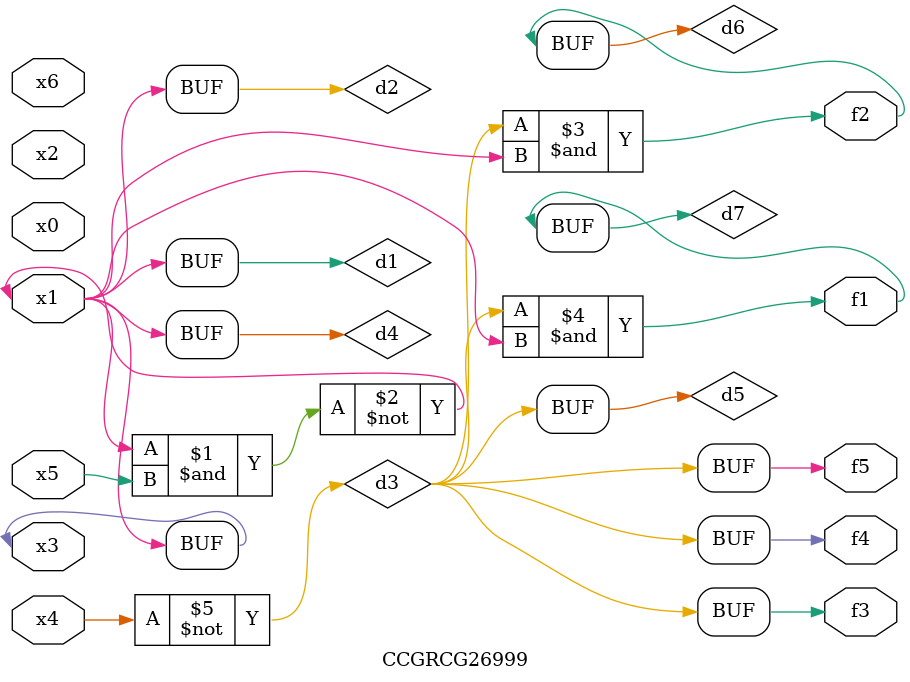
<source format=v>
module CCGRCG26999(
	input x0, x1, x2, x3, x4, x5, x6,
	output f1, f2, f3, f4, f5
);

	wire d1, d2, d3, d4, d5, d6, d7;

	buf (d1, x1, x3);
	nand (d2, x1, x5);
	not (d3, x4);
	buf (d4, d1, d2);
	buf (d5, d3);
	and (d6, d3, d4);
	and (d7, d3, d4);
	assign f1 = d7;
	assign f2 = d6;
	assign f3 = d5;
	assign f4 = d5;
	assign f5 = d5;
endmodule

</source>
